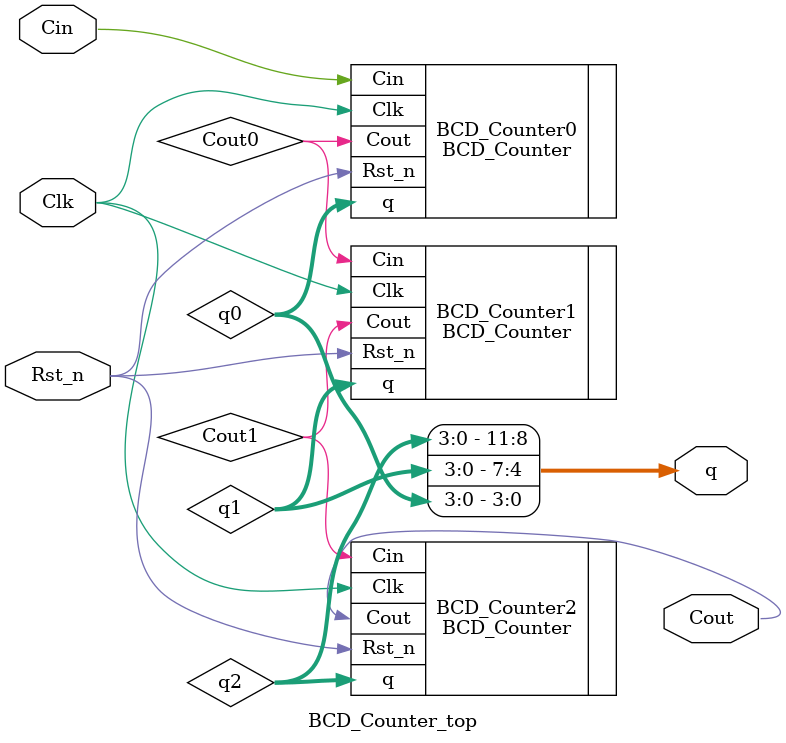
<source format=v>
/***************************************************
*	Module Name		:	BCD_Counter_top		   
*	Engineer		:	小梅哥
*	Target Device	:	EP4CE10F17C8
*	Tool versions	:	Quartus II 13.0
*	Create Date		:	2017-3-31
*	Revision		:	v1.0
*	Description		:   BCD计数器级联设计
**************************************************/

module BCD_Counter_top(Clk, Cin, Rst_n, Cout, q);

	input Clk;//计数基准时钟
	input Cin;	//计数器进位输入
	input Rst_n;	//系统复位
	
	output Cout;	//计数进位输出
	output [11:0]q;	//计数值输出
	
	wire Cout0,Cout1;
	wire [3:0]q0,q1,q2;
	
	assign q = {q2,q1,q0};

	BCD_Counter BCD_Counter0(
		.Clk(Clk), 
		.Cin(Cin), 
		.Rst_n(Rst_n), 
		.Cout(Cout0), 
		.q(q0)
	);
	
	BCD_Counter BCD_Counter1(
		.Clk(Clk), 
		.Cin(Cout0), 
		.Rst_n(Rst_n), 
		.Cout(Cout1), 
		.q(q1)
	);
	
	BCD_Counter BCD_Counter2(
		.Clk(Clk), 
		.Cin(Cout1), 
		.Rst_n(Rst_n), 
		.Cout(Cout), 
		.q(q2)
	);
	
endmodule

</source>
